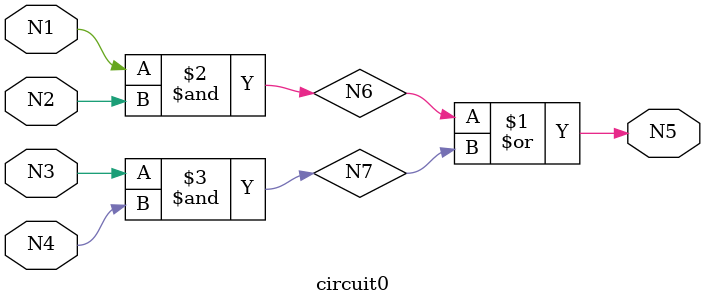
<source format=v>
module circuit0(N1, N2, N3, N4, N5);

  input N1, N2, N3, N4;
  output N5;
  wire N6, N7;

  or ginst1 (N5, N6, N7);
  and ginst2 (N6, N1, N2);
  and ginst3 (N7, N3, N4);

endmodule

</source>
